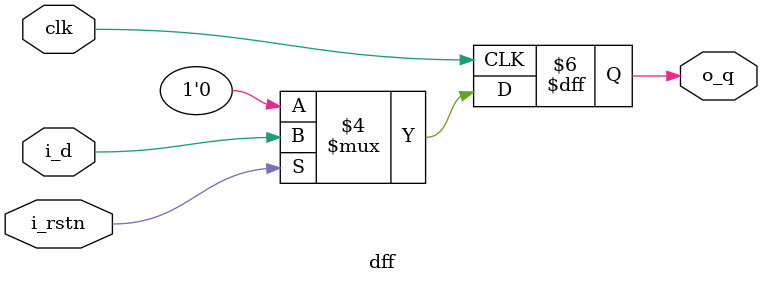
<source format=sv>
`timescale 1ns / 1ps


// D flipflop with synchronous reset 
module dff (input logic i_d, clk, i_rstn, output logic o_q);

  always @(posedge clk) begin
    if(!i_rstn) begin
	    o_q <= 1'b0;
	end
	else begin
	    o_q <= i_d;
	end
  end
  
endmodule : dff

</source>
